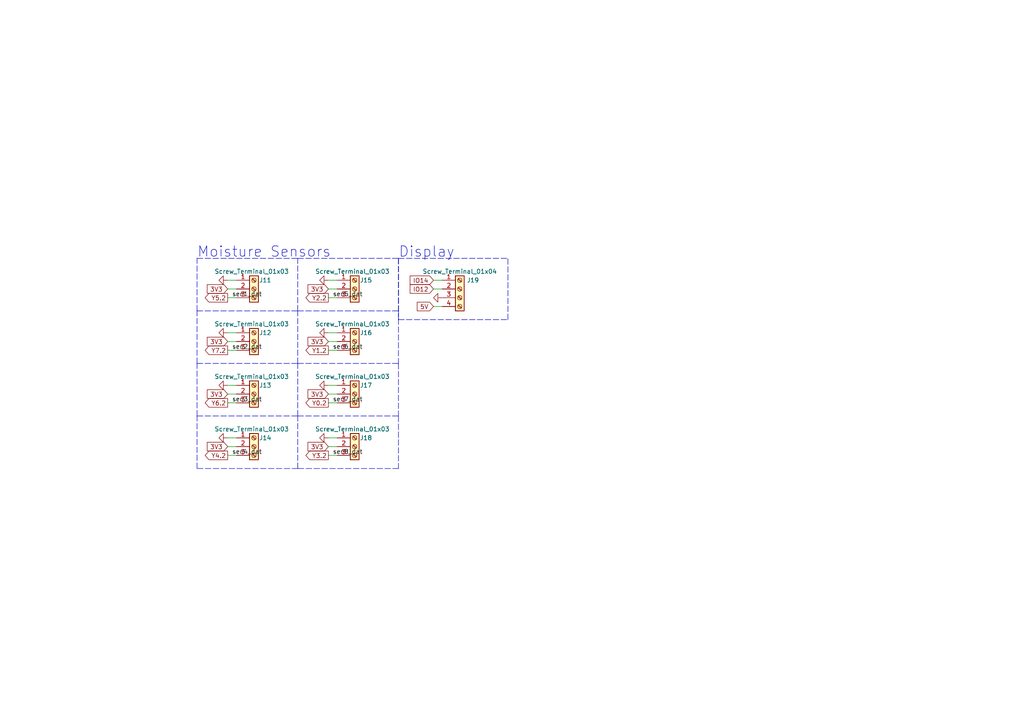
<source format=kicad_sch>
(kicad_sch (version 20231120) (generator "eeschema") (generator_version "8.0")
  (paper "A4")
  (title_block (title "Plant Watering") (date "2022-08-29") (rev "1") (company "All in one device for plant irrigation") (comment 1 "Reading moisture, processing data, including weather, switching of solenoid valves") (comment 2 "5 A peak current, max. 1 s") (comment 3 "24 V input voltage"))
  (lib_symbols
    (symbol "Connector:Screw_Terminal_01x03" (pin_names (offset 1.016) hide)
      (property "Reference" "J" (at 0 5.08 0))
      (property "Value" "Screw_Terminal_01x03" (at 0 -5.08 0))
      (symbol "Screw_Terminal_01x03_1_1"
        (rectangle (start -1.27 3.81) (end 1.27 -3.81) (stroke (width 0.254)) (fill (type background)))
        (circle (center 0 -2.54) (radius 0.635) (stroke (width 0.1524)))
        (polyline (pts (xy -0.5334 -2.2098) (xy 0.3302 -3.048)) (stroke (width 0.1524)))
        (polyline (pts (xy -0.5334 0.3302) (xy 0.3302 -0.508)) (stroke (width 0.1524)))
        (polyline (pts (xy -0.5334 2.8702) (xy 0.3302 2.032)) (stroke (width 0.1524)))
        (polyline (pts (xy -0.3556 -2.032) (xy 0.508 -2.8702)) (stroke (width 0.1524)))
        (polyline (pts (xy -0.3556 0.508) (xy 0.508 -0.3302)) (stroke (width 0.1524)))
        (polyline (pts (xy -0.3556 3.048) (xy 0.508 2.2098)) (stroke (width 0.1524)))
        (circle (center 0 0) (radius 0.635) (stroke (width 0.1524)))
        (circle (center 0 2.54) (radius 0.635) (stroke (width 0.1524)))
        (pin passive line (at -5.08 2.54 0) (length 3.81) (name "Pin_1") (number "1"))
        (pin passive line (at -5.08 0 0) (length 3.81) (name "Pin_2") (number "2"))
        (pin passive line (at -5.08 -2.54 0) (length 3.81) (name "Pin_3") (number "3"))
      )
    )
    (symbol "Connector:Screw_Terminal_01x04" (pin_names (offset 1.016) hide)
      (property "Reference" "J" (at 0 5.08 0))
      (property "Value" "Screw_Terminal_01x04" (at 0 -7.62 0))
      (symbol "Screw_Terminal_01x04_1_1"
        (rectangle (start -1.27 3.81) (end 1.27 -6.35) (stroke (width 0.254)) (fill (type background)))
        (circle (center 0 -5.08) (radius 0.635) (stroke (width 0.1524)))
        (circle (center 0 -2.54) (radius 0.635) (stroke (width 0.1524)))
        (polyline (pts (xy -0.5334 -4.7498) (xy 0.3302 -5.588)) (stroke (width 0.1524)))
        (polyline (pts (xy -0.5334 -2.2098) (xy 0.3302 -3.048)) (stroke (width 0.1524)))
        (polyline (pts (xy -0.5334 0.3302) (xy 0.3302 -0.508)) (stroke (width 0.1524)))
        (polyline (pts (xy -0.5334 2.8702) (xy 0.3302 2.032)) (stroke (width 0.1524)))
        (polyline (pts (xy -0.3556 -4.572) (xy 0.508 -5.4102)) (stroke (width 0.1524)))
        (polyline (pts (xy -0.3556 -2.032) (xy 0.508 -2.8702)) (stroke (width 0.1524)))
        (polyline (pts (xy -0.3556 0.508) (xy 0.508 -0.3302)) (stroke (width 0.1524)))
        (polyline (pts (xy -0.3556 3.048) (xy 0.508 2.2098)) (stroke (width 0.1524)))
        (circle (center 0 0) (radius 0.635) (stroke (width 0.1524)))
        (circle (center 0 2.54) (radius 0.635) (stroke (width 0.1524)))
        (pin passive line (at -5.08 2.54 0) (length 3.81) (name "Pin_1") (number "1"))
        (pin passive line (at -5.08 0 0) (length 3.81) (name "Pin_2") (number "2"))
        (pin passive line (at -5.08 -2.54 0) (length 3.81) (name "Pin_3") (number "3"))
        (pin passive line (at -5.08 -5.08 0) (length 3.81) (name "Pin_4") (number "4"))
      )
    )
    (symbol "power:GND" (power) (pin_names (offset 0))
      (property "Value" "GND" (at 0 -3.81 0))
      (symbol "GND_0_1"
        (polyline (pts (xy 0 0) (xy 0 -1.27) (xy 1.27 -1.27) (xy 0 -2.54) (xy -1.27 -1.27) (xy 0 -1.27)))
      )
      (symbol "GND_1_1"
        (pin power_in line (at 0 0 270) (length 0) hide (name "GND") (number "1"))
      )
    )
  )
  (polyline (pts (xy 86.36 105.41) (xy 115.57 105.41)) (stroke (width 0) (type dash)))
  (wire (pts (xy 95.25 81.28) (xy 97.79 81.28)))
  (polyline (pts (xy 86.36 120.65) (xy 86.36 105.41)) (stroke (width 0) (type dash)))
  (polyline (pts (xy 115.57 135.89) (xy 86.36 135.89)) (stroke (width 0) (type dash)))
  (polyline (pts (xy 86.36 90.17) (xy 86.36 74.93)) (stroke (width 0) (type dash)))
  (wire (pts (xy 125.73 88.9) (xy 128.27 88.9)))
  (polyline (pts (xy 86.36 105.41) (xy 86.36 90.17)) (stroke (width 0) (type dash)))
  (polyline (pts (xy 115.57 74.93) (xy 115.57 90.17)) (stroke (width 0) (type dash)))
  (wire (pts (xy 125.73 83.82) (xy 128.27 83.82)))
  (polyline (pts (xy 57.15 105.41) (xy 57.15 90.17)) (stroke (width 0) (type dash)))
  (wire (pts (xy 66.04 101.6) (xy 68.58 101.6)))
  (wire (pts (xy 95.25 111.76) (xy 97.79 111.76)))
  (wire (pts (xy 95.25 132.08) (xy 97.79 132.08)))
  (polyline (pts (xy 86.36 135.89) (xy 86.36 120.65)) (stroke (width 0) (type dash)))
  (polyline (pts (xy 147.32 92.71) (xy 147.32 74.93)) (stroke (width 0) (type dash)))
  (wire (pts (xy 95.25 86.36) (xy 97.79 86.36)))
  (polyline (pts (xy 86.36 90.17) (xy 115.57 90.17)) (stroke (width 0) (type dash)))
  (polyline (pts (xy 115.57 74.93) (xy 115.57 92.71)) (stroke (width 0) (type dash)))
  (polyline (pts (xy 57.15 90.17) (xy 57.15 74.93)) (stroke (width 0) (type dash)))
  (polyline (pts (xy 57.15 74.93) (xy 86.36 74.93)) (stroke (width 0) (type dash)))
  (polyline (pts (xy 57.15 90.17) (xy 86.36 90.17)) (stroke (width 0) (type dash)))
  (wire (pts (xy 66.04 81.28) (xy 68.58 81.28)))
  (wire (pts (xy 95.25 129.54) (xy 97.79 129.54)))
  (wire (pts (xy 95.25 127) (xy 97.79 127)))
  (wire (pts (xy 66.04 129.54) (xy 68.58 129.54)))
  (wire (pts (xy 125.73 81.28) (xy 128.27 81.28)))
  (wire (pts (xy 66.04 86.36) (xy 68.58 86.36)))
  (wire (pts (xy 95.25 99.06) (xy 97.79 99.06)))
  (polyline (pts (xy 86.36 135.89) (xy 57.15 135.89)) (stroke (width 0) (type dash)))
  (polyline (pts (xy 115.57 120.65) (xy 115.57 135.89)) (stroke (width 0) (type dash)))
  (wire (pts (xy 66.04 114.3) (xy 68.58 114.3)))
  (wire (pts (xy 66.04 127) (xy 68.58 127)))
  (wire (pts (xy 95.25 96.52) (xy 97.79 96.52)))
  (wire (pts (xy 66.04 132.08) (xy 68.58 132.08)))
  (wire (pts (xy 66.04 83.82) (xy 68.58 83.82)))
  (polyline (pts (xy 86.36 120.65) (xy 115.57 120.65)) (stroke (width 0) (type dash)))
  (polyline (pts (xy 86.36 74.93) (xy 115.57 74.93)) (stroke (width 0) (type dash)))
  (wire (pts (xy 95.25 83.82) (xy 97.79 83.82)))
  (wire (pts (xy 66.04 116.84) (xy 68.58 116.84)))
  (wire (pts (xy 66.04 111.76) (xy 68.58 111.76)))
  (polyline (pts (xy 57.15 105.41) (xy 86.36 105.41)) (stroke (width 0) (type dash)))
  (polyline (pts (xy 115.57 92.71) (xy 147.32 92.71)) (stroke (width 0) (type dash)))
  (wire (pts (xy 95.25 101.6) (xy 97.79 101.6)))
  (polyline (pts (xy 115.57 105.41) (xy 115.57 120.65)) (stroke (width 0) (type dash)))
  (wire (pts (xy 66.04 99.06) (xy 68.58 99.06)))
  (polyline (pts (xy 57.15 120.65) (xy 57.15 105.41)) (stroke (width 0) (type dash)))
  (wire (pts (xy 66.04 96.52) (xy 68.58 96.52)))
  (polyline (pts (xy 115.57 90.17) (xy 115.57 105.41)) (stroke (width 0) (type dash)))
  (polyline (pts (xy 115.57 74.93) (xy 147.32 74.93)) (stroke (width 0) (type dash)))
  (wire (pts (xy 95.25 116.84) (xy 97.79 116.84)))
  (polyline (pts (xy 57.15 120.65) (xy 86.36 120.65)) (stroke (width 0) (type dash)))
  (polyline (pts (xy 57.15 135.89) (xy 57.15 120.65)) (stroke (width 0) (type dash)))
  (wire (pts (xy 95.25 114.3) (xy 97.79 114.3)))
  (text "Moisture Sensors" (at 57.15 74.93 0) (effects (font (size 3 3)) (justify left bottom)))
  (text "Display" (at 115.57 74.93 0) (effects (font (size 3 3)) (justify left bottom)))
  (label "sen7_dat" (at 96.52 116.84 0))
  (label "sen3_dat" (at 67.31 116.84 0))
  (label "sen1_dat" (at 67.31 86.36 0))
  (label "sen4_dat" (at 67.31 132.08 0))
  (label "sen5_dat" (at 96.52 86.36 0))
  (label "sen8_dat" (at 96.52 132.08 0))
  (label "sen2_dat" (at 67.31 101.6 0))
  (label "sen6_dat" (at 96.52 101.6 0))
  (global_label "IO14" (shape input) (at 125.73 81.28 180) (property "Intersheetrefs" "${INTERSHEET_REFS}" (effects (hide yes))))
  (global_label "3V3" (shape input) (at 66.04 99.06 180) (property "Intersheetrefs" "${INTERSHEET_REFS}" (effects (hide yes))))
  (global_label "Y2.2" (shape output) (at 95.25 86.36 180) (property "Intersheetrefs" "${INTERSHEET_REFS}" (effects (hide yes))))
  (global_label "3V3" (shape input) (at 66.04 114.3 180) (property "Intersheetrefs" "${INTERSHEET_REFS}" (effects (hide yes))))
  (global_label "Y0.2" (shape output) (at 95.25 116.84 180) (property "Intersheetrefs" "${INTERSHEET_REFS}" (effects (hide yes))))
  (global_label "Y3.2" (shape output) (at 95.25 132.08 180) (property "Intersheetrefs" "${INTERSHEET_REFS}" (effects (hide yes))))
  (global_label "Y6.2" (shape output) (at 66.04 116.84 180) (property "Intersheetrefs" "${INTERSHEET_REFS}" (effects (hide yes))))
  (global_label "3V3" (shape input) (at 95.25 99.06 180) (property "Intersheetrefs" "${INTERSHEET_REFS}" (effects (hide yes))))
  (global_label "Y7.2" (shape output) (at 66.04 101.6 180) (property "Intersheetrefs" "${INTERSHEET_REFS}" (effects (hide yes))))
  (global_label "3V3" (shape input) (at 66.04 83.82 180) (property "Intersheetrefs" "${INTERSHEET_REFS}" (effects (hide yes))))
  (global_label "IO12" (shape input) (at 125.73 83.82 180) (property "Intersheetrefs" "${INTERSHEET_REFS}" (effects (hide yes))))
  (global_label "3V3" (shape input) (at 95.25 83.82 180) (property "Intersheetrefs" "${INTERSHEET_REFS}" (effects (hide yes))))
  (global_label "3V3" (shape input) (at 95.25 114.3 180) (property "Intersheetrefs" "${INTERSHEET_REFS}" (effects (hide yes))))
  (global_label "Y4.2" (shape output) (at 66.04 132.08 180) (property "Intersheetrefs" "${INTERSHEET_REFS}" (effects (hide yes))))
  (global_label "3V3" (shape input) (at 66.04 129.54 180) (property "Intersheetrefs" "${INTERSHEET_REFS}" (effects (hide yes))))
  (global_label "5V" (shape input) (at 125.73 88.9 180) (property "Intersheetrefs" "${INTERSHEET_REFS}" (effects (hide yes))))
  (global_label "Y5.2" (shape output) (at 66.04 86.36 180) (property "Intersheetrefs" "${INTERSHEET_REFS}" (effects (hide yes))))
  (global_label "Y1.2" (shape output) (at 95.25 101.6 180) (property "Intersheetrefs" "${INTERSHEET_REFS}" (effects (hide yes))))
  (global_label "3V3" (shape input) (at 95.25 129.54 180) (property "Intersheetrefs" "${INTERSHEET_REFS}" (effects (hide yes))))
  (symbol (lib_id "power:GND") (at 95.25 111.76 270) (unit 1)
    (property "Reference" "#PWR040" (effects (hide yes)))
    (property "Value" "GND" (effects (hide yes)))
  )
  (symbol (lib_id "power:GND") (at 95.25 127 270) (unit 1)
    (property "Reference" "#PWR041" (effects (hide yes)))
    (property "Value" "GND" (effects (hide yes)))
  )
  (symbol (lib_id "power:GND") (at 128.27 86.36 270) (unit 1)
    (property "Reference" "#PWR042" (effects (hide yes)))
    (property "Value" "GND" (effects (hide yes)))
  )
  (symbol (lib_id "Connector:Screw_Terminal_01x03") (at 102.87 129.54 0) (unit 1)
    (property "Reference" "J18" (at 107.95 127 0) (effects (justify right)))
    (property "Value" "Screw_Terminal_01x03" (at 113.03 124.46 0) (effects (justify right)))
    (property "Footprint" "TerminalBlock_Phoenix:TerminalBlock_Phoenix_PT-1,5-3-3.5-H_1x03_P3.50mm_Horizontal" (effects (hide yes)))
    (property "LCSC" "C474931" (effects (hide yes)))
  )
  (symbol (lib_id "power:GND") (at 66.04 96.52 270) (unit 1)
    (property "Reference" "#PWR035" (effects (hide yes)))
    (property "Value" "GND" (effects (hide yes)))
  )
  (symbol (lib_id "Connector:Screw_Terminal_01x04") (at 133.35 83.82 0) (unit 1)
    (property "Reference" "J19" (at 137.16 81.28 0))
    (property "Value" "Screw_Terminal_01x04" (at 133.35 78.74 0))
    (property "Footprint" "TerminalBlock_Phoenix:TerminalBlock_Phoenix_PT-1,5-4-3.5-H_1x04_P3.50mm_Horizontal" (effects (hide yes)))
    (property "LCSC" "C2757925" (effects (hide yes)))
  )
  (symbol (lib_id "power:GND") (at 95.25 96.52 270) (unit 1)
    (property "Reference" "#PWR039" (effects (hide yes)))
    (property "Value" "GND" (effects (hide yes)))
  )
  (symbol (lib_id "Connector:Screw_Terminal_01x03") (at 73.66 99.06 0) (unit 1)
    (property "Reference" "J12" (at 78.74 96.52 0) (effects (justify right)))
    (property "Value" "Screw_Terminal_01x03" (at 83.82 93.98 0) (effects (justify right)))
    (property "Footprint" "TerminalBlock_Phoenix:TerminalBlock_Phoenix_PT-1,5-3-3.5-H_1x03_P3.50mm_Horizontal" (effects (hide yes)))
    (property "LCSC" "C474931" (effects (hide yes)))
  )
  (symbol (lib_id "power:GND") (at 95.25 81.28 270) (unit 1)
    (property "Reference" "#PWR038" (effects (hide yes)))
    (property "Value" "GND" (effects (hide yes)))
  )
  (symbol (lib_id "Connector:Screw_Terminal_01x03") (at 102.87 83.82 0) (unit 1)
    (property "Reference" "J15" (at 107.95 81.28 0) (effects (justify right)))
    (property "Value" "Screw_Terminal_01x03" (at 113.03 78.74 0) (effects (justify right)))
    (property "Footprint" "TerminalBlock_Phoenix:TerminalBlock_Phoenix_PT-1,5-3-3.5-H_1x03_P3.50mm_Horizontal" (effects (hide yes)))
    (property "LCSC" "C474931" (effects (hide yes)))
  )
  (symbol (lib_id "power:GND") (at 66.04 127 270) (unit 1)
    (property "Reference" "#PWR037" (effects (hide yes)))
    (property "Value" "GND" (effects (hide yes)))
  )
  (symbol (lib_id "Connector:Screw_Terminal_01x03") (at 73.66 129.54 0) (unit 1)
    (property "Reference" "J14" (at 78.74 127 0) (effects (justify right)))
    (property "Value" "Screw_Terminal_01x03" (at 83.82 124.46 0) (effects (justify right)))
    (property "Footprint" "TerminalBlock_Phoenix:TerminalBlock_Phoenix_PT-1,5-3-3.5-H_1x03_P3.50mm_Horizontal" (effects (hide yes)))
    (property "LCSC" "C474931" (effects (hide yes)))
  )
  (symbol (lib_id "power:GND") (at 66.04 111.76 270) (unit 1)
    (property "Reference" "#PWR036" (effects (hide yes)))
    (property "Value" "GND" (effects (hide yes)))
  )
  (symbol (lib_id "Connector:Screw_Terminal_01x03") (at 102.87 114.3 0) (unit 1)
    (property "Reference" "J17" (at 107.95 111.76 0) (effects (justify right)))
    (property "Value" "Screw_Terminal_01x03" (at 113.03 109.22 0) (effects (justify right)))
    (property "Footprint" "TerminalBlock_Phoenix:TerminalBlock_Phoenix_PT-1,5-3-3.5-H_1x03_P3.50mm_Horizontal" (effects (hide yes)))
    (property "LCSC" "C474931" (effects (hide yes)))
  )
  (symbol (lib_id "power:GND") (at 66.04 81.28 270) (unit 1)
    (property "Reference" "#PWR034" (effects (hide yes)))
    (property "Value" "GND" (effects (hide yes)))
  )
  (symbol (lib_id "Connector:Screw_Terminal_01x03") (at 73.66 114.3 0) (unit 1)
    (property "Reference" "J13" (at 78.74 111.76 0) (effects (justify right)))
    (property "Value" "Screw_Terminal_01x03" (at 83.82 109.22 0) (effects (justify right)))
    (property "Footprint" "TerminalBlock_Phoenix:TerminalBlock_Phoenix_PT-1,5-3-3.5-H_1x03_P3.50mm_Horizontal" (effects (hide yes)))
    (property "LCSC" "C474931" (effects (hide yes)))
  )
  (symbol (lib_id "Connector:Screw_Terminal_01x03") (at 102.87 99.06 0) (unit 1)
    (property "Reference" "J16" (at 107.95 96.52 0) (effects (justify right)))
    (property "Value" "Screw_Terminal_01x03" (at 113.03 93.98 0) (effects (justify right)))
    (property "Footprint" "TerminalBlock_Phoenix:TerminalBlock_Phoenix_PT-1,5-3-3.5-H_1x03_P3.50mm_Horizontal" (effects (hide yes)))
    (property "LCSC" "C474931" (effects (hide yes)))
  )
  (symbol (lib_id "Connector:Screw_Terminal_01x03") (at 73.66 83.82 0) (unit 1)
    (property "Reference" "J11" (at 78.74 81.28 0) (effects (justify right)))
    (property "Value" "Screw_Terminal_01x03" (at 83.82 78.74 0) (effects (justify right)))
    (property "Footprint" "TerminalBlock_Phoenix:TerminalBlock_Phoenix_PT-1,5-3-3.5-H_1x03_P3.50mm_Horizontal" (effects (hide yes)))
    (property "LCSC" "C474931" (effects (hide yes)))
  )
)
</source>
